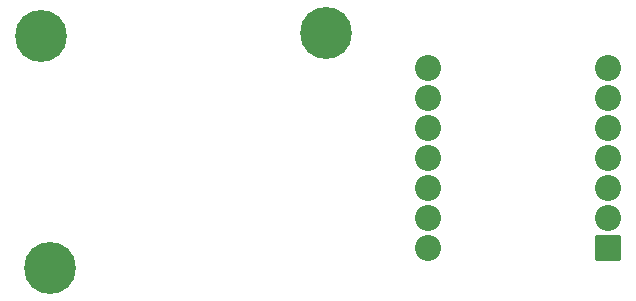
<source format=gbr>
%TF.GenerationSoftware,KiCad,Pcbnew,7.0.9*%
%TF.CreationDate,2024-04-30T03:57:04-04:00*%
%TF.ProjectId,5.2_5V,352e325f-3556-42e6-9b69-6361645f7063,rev?*%
%TF.SameCoordinates,Original*%
%TF.FileFunction,Soldermask,Bot*%
%TF.FilePolarity,Negative*%
%FSLAX46Y46*%
G04 Gerber Fmt 4.6, Leading zero omitted, Abs format (unit mm)*
G04 Created by KiCad (PCBNEW 7.0.9) date 2024-04-30 03:57:04*
%MOMM*%
%LPD*%
G01*
G04 APERTURE LIST*
G04 Aperture macros list*
%AMRoundRect*
0 Rectangle with rounded corners*
0 $1 Rounding radius*
0 $2 $3 $4 $5 $6 $7 $8 $9 X,Y pos of 4 corners*
0 Add a 4 corners polygon primitive as box body*
4,1,4,$2,$3,$4,$5,$6,$7,$8,$9,$2,$3,0*
0 Add four circle primitives for the rounded corners*
1,1,$1+$1,$2,$3*
1,1,$1+$1,$4,$5*
1,1,$1+$1,$6,$7*
1,1,$1+$1,$8,$9*
0 Add four rect primitives between the rounded corners*
20,1,$1+$1,$2,$3,$4,$5,0*
20,1,$1+$1,$4,$5,$6,$7,0*
20,1,$1+$1,$6,$7,$8,$9,0*
20,1,$1+$1,$8,$9,$2,$3,0*%
G04 Aperture macros list end*
%ADD10RoundRect,0.102000X1.000000X1.000000X-1.000000X1.000000X-1.000000X-1.000000X1.000000X-1.000000X0*%
%ADD11C,2.204000*%
%ADD12C,4.400000*%
G04 APERTURE END LIST*
D10*
%TO.C,U3*%
X183432500Y-52380000D03*
D11*
X183432500Y-49840000D03*
X183432500Y-47300000D03*
X183432500Y-44760000D03*
X183432500Y-42220000D03*
X183432500Y-39680000D03*
X183432500Y-37140000D03*
X168192500Y-37140000D03*
X168192500Y-39680000D03*
X168192500Y-42220000D03*
X168192500Y-44760000D03*
X168192500Y-47300000D03*
X168192500Y-49840000D03*
X168192500Y-52380000D03*
%TD*%
D12*
%TO.C,H3*%
X159562800Y-34239200D03*
%TD*%
%TO.C,H2*%
X136194800Y-54102000D03*
%TD*%
%TO.C,H1*%
X135432800Y-34442400D03*
%TD*%
M02*

</source>
